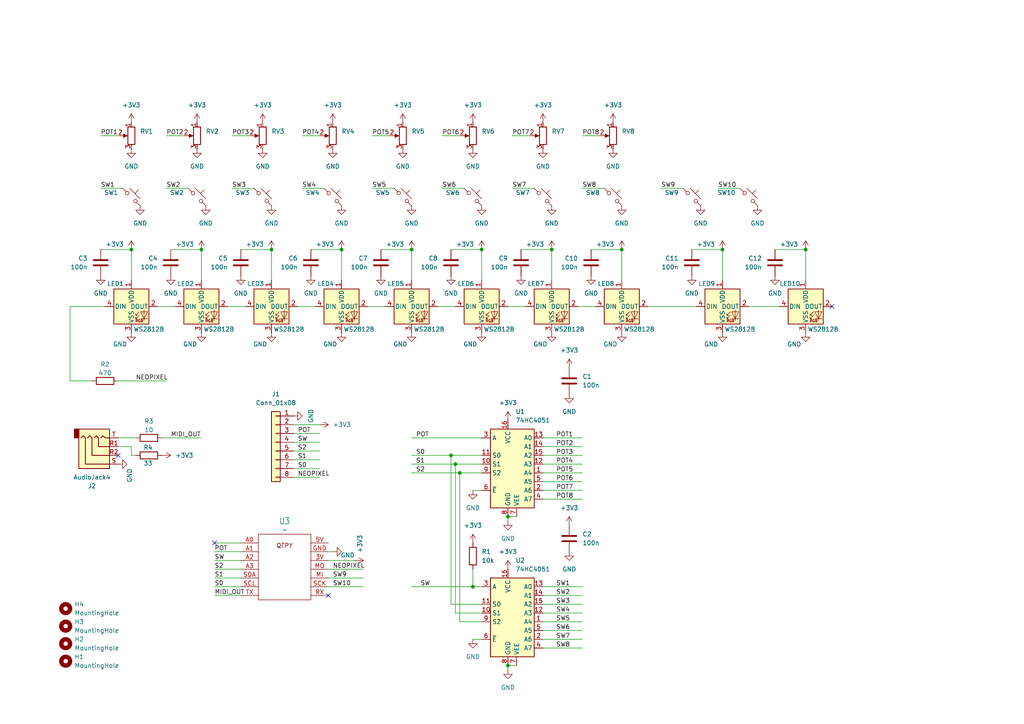
<source format=kicad_sch>
(kicad_sch (version 20231120) (generator "eeschema") (generator_version "8.0")
  (paper "A4")
  (lib_symbols
    (symbol "74xx:74HC4051"
      (property "Reference" "U" (at -5.08 11.43 0))
      (property "Value" "74HC4051" (at -7.62 -13.97 0))
      (symbol "74HC4051_1_1"
        (pin passive line (at 10.16 -2.54 180) (length 2.54) (name "A4") (number "1"))
        (pin input line (at -7.62 0 0) (length 2.54) (name "S1") (number "10"))
        (pin input line (at -7.62 2.54 0) (length 2.54) (name "S0") (number "11"))
        (pin passive line (at 10.16 0 180) (length 2.54) (name "A3") (number "12"))
        (pin passive line (at 10.16 7.62 180) (length 2.54) (name "A0") (number "13"))
        (pin passive line (at 10.16 5.08 180) (length 2.54) (name "A1") (number "14"))
        (pin passive line (at 10.16 2.54 180) (length 2.54) (name "A2") (number "15"))
        (pin power_in line (at 0 12.7 270) (length 2.54) (name "VCC") (number "16"))
        (pin passive line (at 10.16 -7.62 180) (length 2.54) (name "A6") (number "2"))
        (pin passive line (at -7.62 7.62 0) (length 2.54) (name "A") (number "3"))
        (pin passive line (at 10.16 -10.16 180) (length 2.54) (name "A7") (number "4"))
        (pin passive line (at 10.16 -5.08 180) (length 2.54) (name "A5") (number "5"))
        (pin input line (at -7.62 -7.62 0) (length 2.54) (name "~{E}") (number "6"))
        (pin power_in line (at 2.54 -15.24 90) (length 2.54) (name "VEE") (number "7"))
        (pin power_in line (at 0 -15.24 90) (length 2.54) (name "GND") (number "8"))
        (pin input line (at -7.62 -2.54 0) (length 2.54) (name "S2") (number "9"))
      )
    )
    (symbol "Connector_Audio:AudioJack4"
      (property "Reference" "J" (at 0 8.89 0))
      (property "Value" "AudioJack4" (at 0 6.35 0))
      (symbol "AudioJack4_1_1"
        (pin passive line (at 5.08 -2.54 180) (length 2.54) (name "~") (number "R1"))
        (pin passive line (at 5.08 0 180) (length 2.54) (name "~") (number "R2"))
        (pin passive line (at 5.08 2.54 180) (length 2.54) (name "~") (number "S"))
        (pin passive line (at 5.08 -5.08 180) (length 2.54) (name "~") (number "T"))
      )
    )
    (symbol "Device:C" (pin_numbers hide) (pin_names (offset 0.254))
      (property "Reference" "C" (at 0.635 2.54 0))
      (property "Value" "C" (at 0.635 -2.54 0))
      (symbol "C_1_1"
        (pin passive line (at 0 3.81 270) (length 2.794) (name "~") (number "1"))
        (pin passive line (at 0 -3.81 90) (length 2.794) (name "~") (number "2"))
      )
    )
    (symbol "Device:R" (pin_numbers hide) (pin_names (offset 0))
      (property "Reference" "R" (at 2.032 0 90))
      (property "Value" "R" (at 0 0 90))
      (symbol "R_1_1"
        (pin passive line (at 0 3.81 270) (length 1.27) (name "~") (number "1"))
        (pin passive line (at 0 -3.81 90) (length 1.27) (name "~") (number "2"))
      )
    )
    (symbol "Device:R_Potentiometer" (pin_names (offset 1.016) hide)
      (property "Reference" "RV" (at -4.445 0 90))
      (property "Value" "R_Potentiometer" (at -2.54 0 90))
      (symbol "R_Potentiometer_1_1"
        (pin passive line (at 0 3.81 270) (length 1.27) (name "1") (number "1"))
        (pin passive line (at 3.81 0 180) (length 1.27) (name "2") (number "2"))
        (pin passive line (at 0 -3.81 90) (length 1.27) (name "3") (number "3"))
      )
    )
    (symbol "LED:WS2812B" (pin_names (offset 0.254))
      (property "Reference" "D" (at 5.08 5.715 0))
      (property "Value" "WS2812B" (at 1.27 -5.715 0))
      (symbol "WS2812B_0_0"
        (text "RGB" (at 2.286 -4.191 0) (effects (font (size 0.762 0.762))))
      )
      (symbol "WS2812B_1_1"
        (pin power_in line (at 0 7.62 270) (length 2.54) (name "VDD") (number "1"))
        (pin output line (at 7.62 0 180) (length 2.54) (name "DOUT") (number "2"))
        (pin power_in line (at 0 -7.62 90) (length 2.54) (name "VSS") (number "3"))
        (pin input line (at -7.62 0 0) (length 2.54) (name "DIN") (number "4"))
      )
    )
    (symbol "Mechanical:MountingHole" (pin_names (offset 1.016)) (exclude_from_sim yes) (in_bom no)
      (property "Reference" "H" (at 0 5.08 0))
      (property "Value" "MountingHole" (at 0 3.175 0))
    )
    (symbol "PCM_4ms_Connector:Conn_01x08" (pin_names (offset 1.016) hide)
      (property "Reference" "J" (at 0 10.16 0))
      (property "Value" "Conn_01x08" (at -1.27 -13.97 0))
      (symbol "Conn_01x08_0_0"
        (pin passive line (at -5.08 -2.54 0) (length 3.81) (name "Pin_5") (number "5"))
        (pin passive line (at -5.08 -5.08 0) (length 3.81) (name "Pin_6") (number "6"))
        (pin passive line (at -5.08 -7.62 0) (length 3.81) (name "Pin_7") (number "7"))
        (pin passive line (at -5.08 -10.16 0) (length 3.81) (name "Pin_8") (number "8"))
      )
      (symbol "Conn_01x08_1_1"
        (pin passive line (at -5.08 7.62 0) (length 3.81) (name "Pin_1") (number "1"))
        (pin passive line (at -5.08 5.08 0) (length 3.81) (name "Pin_2") (number "2"))
        (pin passive line (at -5.08 2.54 0) (length 3.81) (name "Pin_3") (number "3"))
        (pin passive line (at -5.08 0 0) (length 3.81) (name "Pin_4") (number "4"))
      )
    )
    (symbol "Switch:SW_Push_45deg" (pin_numbers hide) (pin_names (offset 1.016) hide)
      (property "Reference" "SW" (at 3.048 1.016 0))
      (property "Value" "SW_Push_45deg" (at 0 -3.81 0))
      (symbol "SW_Push_45deg_0_1"
        (pin passive line (at -2.54 2.54 0) (length 0) (name "1") (number "1"))
        (pin passive line (at 2.54 -2.54 180) (length 0) (name "2") (number "2"))
      )
    )
    (symbol "power:+3V3" (power) (pin_numbers hide) (pin_names (offset 0) hide)
      (property "Value" "+3V3" (at 0 3.556 0))
      (symbol "+3V3_1_1"
        (pin power_in line (at 0 0 90) (length 0) (name "~") (number "1"))
      )
    )
    (symbol "power:GND" (power) (pin_numbers hide) (pin_names (offset 0) hide)
      (property "Value" "GND" (at 0 -3.81 0))
      (symbol "GND_1_1"
        (pin power_in line (at 0 0 270) (length 0) (name "~") (number "1"))
      )
    )
    (symbol "todbot_eagle2023:QTPY"
      (property "Reference" "U" (at -6.604 9.906 0))
      (symbol "QTPY_1_0"
        (pin power_out line (at 12.7 1.27 180) (length 5.08) (name "3V") (number "3V"))
        (pin passive line (at 12.7 6.35 180) (length 5.08) (name "5V") (number "5V"))
        (pin passive line (at -12.7 6.35 0) (length 5.08) (name "A0") (number "A0"))
        (pin passive line (at -12.7 3.81 0) (length 5.08) (name "9") (number "A1"))
        (pin passive line (at -12.7 1.27 0) (length 5.08) (name "A2") (number "A2"))
        (pin passive line (at -12.7 -1.27 0) (length 5.08) (name "A3") (number "A3"))
        (pin power_in line (at 12.7 3.81 180) (length 5.08) (name "14") (number "GND"))
        (pin passive line (at 12.7 -3.81 180) (length 5.08) (name "MI") (number "MI"))
        (pin passive line (at 12.7 -1.27 180) (length 5.08) (name "MO") (number "MO"))
        (pin passive line (at 12.7 -8.89 180) (length 5.08) (name "RX") (number "RX"))
        (pin passive line (at 12.7 -6.35 180) (length 5.08) (name "SCK") (number "SCK"))
        (pin passive line (at -12.7 -6.35 0) (length 5.08) (name "SCL") (number "SCL"))
        (pin passive line (at -12.7 -3.81 0) (length 5.08) (name "SDA") (number "SDA"))
        (pin passive line (at -12.7 -8.89 0) (length 5.08) (name "TX") (number "TX"))
      )
      (symbol "QTPY_1_1"
        (text "QTPY" (at 0 5.588 0) (effects (font (size 1.27 1.27))))
      )
    )
  )
  (junction (at 147.32 149.86))
  (junction (at 137.16 170.18))
  (junction (at 119.38 72.39))
  (junction (at 38.1 72.39))
  (junction (at 160.02 72.39))
  (junction (at 78.74 72.39))
  (junction (at 99.06 72.39))
  (junction (at 132.08 134.62))
  (junction (at 233.68 72.39))
  (junction (at 133.35 137.16))
  (junction (at 58.42 72.39))
  (junction (at 147.32 193.04))
  (junction (at 180.34 72.39))
  (junction (at 209.55 72.39))
  (junction (at 139.7 72.39))
  (junction (at 130.81 132.08))
  (no_connect (at 241.3 88.9))
  (no_connect (at 62.23 157.48))
  (no_connect (at 95.25 172.72))
  (no_connect (at 34.29 132.08))
  (wire (pts (xy 62.23 160.02) (xy 69.85 160.02)))
  (wire (pts (xy 157.48 177.8) (xy 168.91 177.8)))
  (wire (pts (xy 99.06 72.39) (xy 99.06 81.28)))
  (wire (pts (xy 49.53 72.39) (xy 58.42 72.39)))
  (wire (pts (xy 86.36 88.9) (xy 91.44 88.9)))
  (wire (pts (xy 147.32 151.13) (xy 147.32 149.86)))
  (wire (pts (xy 224.79 72.39) (xy 233.68 72.39)))
  (wire (pts (xy 38.1 72.39) (xy 38.1 81.28)))
  (wire (pts (xy 87.63 39.37) (xy 92.71 39.37)))
  (wire (pts (xy 85.09 125.73) (xy 92.71 125.73)))
  (wire (pts (xy 62.23 167.64) (xy 69.85 167.64)))
  (wire (pts (xy 157.48 175.26) (xy 168.91 175.26)))
  (wire (pts (xy 29.21 39.37) (xy 34.29 39.37)))
  (wire (pts (xy 107.95 54.61) (xy 114.3 54.61)))
  (wire (pts (xy 157.48 185.42) (xy 168.91 185.42)))
  (wire (pts (xy 157.48 187.96) (xy 168.91 187.96)))
  (wire (pts (xy 110.49 72.39) (xy 119.38 72.39)))
  (wire (pts (xy 168.91 39.37) (xy 173.99 39.37)))
  (wire (pts (xy 133.35 137.16) (xy 133.35 180.34)))
  (wire (pts (xy 157.48 134.62) (xy 168.91 134.62)))
  (wire (pts (xy 157.48 142.24) (xy 168.91 142.24)))
  (wire (pts (xy 20.32 88.9) (xy 20.32 110.49)))
  (wire (pts (xy 85.09 135.89) (xy 92.71 135.89)))
  (wire (pts (xy 132.08 177.8) (xy 139.7 177.8)))
  (wire (pts (xy 45.72 88.9) (xy 50.8 88.9)))
  (wire (pts (xy 127 88.9) (xy 132.08 88.9)))
  (wire (pts (xy 133.35 137.16) (xy 139.7 137.16)))
  (wire (pts (xy 95.25 167.64) (xy 105.41 167.64)))
  (wire (pts (xy 106.68 88.9) (xy 111.76 88.9)))
  (wire (pts (xy 62.23 157.48) (xy 69.85 157.48)))
  (wire (pts (xy 85.09 128.27) (xy 92.71 128.27)))
  (wire (pts (xy 208.28 54.61) (xy 214.63 54.61)))
  (wire (pts (xy 128.27 54.61) (xy 134.62 54.61)))
  (wire (pts (xy 132.08 134.62) (xy 132.08 177.8)))
  (wire (pts (xy 157.48 132.08) (xy 168.91 132.08)))
  (wire (pts (xy 180.34 72.39) (xy 180.34 81.28)))
  (wire (pts (xy 147.32 194.31) (xy 147.32 193.04)))
  (wire (pts (xy 96.52 160.02) (xy 95.25 160.02)))
  (wire (pts (xy 130.81 132.08) (xy 130.81 175.26)))
  (wire (pts (xy 148.59 54.61) (xy 154.94 54.61)))
  (wire (pts (xy 157.48 137.16) (xy 168.91 137.16)))
  (wire (pts (xy 105.41 165.1) (xy 95.25 165.1)))
  (wire (pts (xy 130.81 72.39) (xy 139.7 72.39)))
  (wire (pts (xy 128.27 39.37) (xy 133.35 39.37)))
  (wire (pts (xy 137.16 185.42) (xy 139.7 185.42)))
  (wire (pts (xy 85.09 133.35) (xy 92.71 133.35)))
  (wire (pts (xy 46.99 127) (xy 58.42 127)))
  (wire (pts (xy 160.02 72.39) (xy 160.02 81.28)))
  (wire (pts (xy 157.48 182.88) (xy 168.91 182.88)))
  (wire (pts (xy 119.38 72.39) (xy 119.38 81.28)))
  (wire (pts (xy 157.48 180.34) (xy 168.91 180.34)))
  (wire (pts (xy 167.64 88.9) (xy 172.72 88.9)))
  (wire (pts (xy 147.32 88.9) (xy 152.4 88.9)))
  (wire (pts (xy 147.32 149.86) (xy 149.86 149.86)))
  (wire (pts (xy 233.68 72.39) (xy 233.68 81.28)))
  (wire (pts (xy 20.32 110.49) (xy 26.67 110.49)))
  (wire (pts (xy 137.16 142.24) (xy 139.7 142.24)))
  (wire (pts (xy 85.09 130.81) (xy 92.71 130.81)))
  (wire (pts (xy 130.81 175.26) (xy 139.7 175.26)))
  (wire (pts (xy 157.48 129.54) (xy 168.91 129.54)))
  (wire (pts (xy 191.77 54.61) (xy 198.12 54.61)))
  (wire (pts (xy 157.48 144.78) (xy 168.91 144.78)))
  (wire (pts (xy 209.55 72.39) (xy 209.55 81.28)))
  (wire (pts (xy 29.21 72.39) (xy 38.1 72.39)))
  (wire (pts (xy 85.09 138.43) (xy 92.71 138.43)))
  (wire (pts (xy 66.04 88.9) (xy 71.12 88.9)))
  (wire (pts (xy 62.23 165.1) (xy 69.85 165.1)))
  (wire (pts (xy 69.85 72.39) (xy 78.74 72.39)))
  (wire (pts (xy 95.25 170.18) (xy 105.41 170.18)))
  (wire (pts (xy 119.38 132.08) (xy 130.81 132.08)))
  (wire (pts (xy 168.91 54.61) (xy 175.26 54.61)))
  (wire (pts (xy 58.42 72.39) (xy 58.42 81.28)))
  (wire (pts (xy 119.38 170.18) (xy 137.16 170.18)))
  (wire (pts (xy 217.17 88.9) (xy 226.06 88.9)))
  (wire (pts (xy 78.74 72.39) (xy 78.74 81.28)))
  (wire (pts (xy 147.32 193.04) (xy 149.86 193.04)))
  (wire (pts (xy 38.1 132.08) (xy 39.37 132.08)))
  (wire (pts (xy 157.48 172.72) (xy 168.91 172.72)))
  (wire (pts (xy 34.29 110.49) (xy 48.26 110.49)))
  (wire (pts (xy 137.16 170.18) (xy 139.7 170.18)))
  (wire (pts (xy 87.63 54.61) (xy 93.98 54.61)))
  (wire (pts (xy 67.31 54.61) (xy 73.66 54.61)))
  (wire (pts (xy 62.23 162.56) (xy 69.85 162.56)))
  (wire (pts (xy 130.81 132.08) (xy 139.7 132.08)))
  (wire (pts (xy 38.1 132.08) (xy 38.1 129.54)))
  (wire (pts (xy 157.48 139.7) (xy 168.91 139.7)))
  (wire (pts (xy 139.7 72.39) (xy 139.7 81.28)))
  (wire (pts (xy 62.23 172.72) (xy 69.85 172.72)))
  (wire (pts (xy 48.26 54.61) (xy 54.61 54.61)))
  (wire (pts (xy 90.17 72.39) (xy 99.06 72.39)))
  (wire (pts (xy 171.45 72.39) (xy 180.34 72.39)))
  (wire (pts (xy 62.23 170.18) (xy 69.85 170.18)))
  (wire (pts (xy 38.1 129.54) (xy 34.29 129.54)))
  (wire (pts (xy 133.35 180.34) (xy 139.7 180.34)))
  (wire (pts (xy 34.29 127) (xy 39.37 127)))
  (wire (pts (xy 151.13 72.39) (xy 160.02 72.39)))
  (wire (pts (xy 187.96 88.9) (xy 201.93 88.9)))
  (wire (pts (xy 119.38 127) (xy 139.7 127)))
  (wire (pts (xy 119.38 137.16) (xy 133.35 137.16)))
  (wire (pts (xy 30.48 88.9) (xy 20.32 88.9)))
  (wire (pts (xy 132.08 134.62) (xy 139.7 134.62)))
  (wire (pts (xy 107.95 39.37) (xy 113.03 39.37)))
  (wire (pts (xy 200.66 72.39) (xy 209.55 72.39)))
  (wire (pts (xy 102.87 162.56) (xy 95.25 162.56)))
  (wire (pts (xy 148.59 39.37) (xy 153.67 39.37)))
  (wire (pts (xy 48.26 39.37) (xy 53.34 39.37)))
  (wire (pts (xy 137.16 165.1) (xy 137.16 170.18)))
  (wire (pts (xy 92.71 123.19) (xy 85.09 123.19)))
  (wire (pts (xy 157.48 127) (xy 168.91 127)))
  (wire (pts (xy 29.21 54.61) (xy 35.56 54.61)))
  (wire (pts (xy 67.31 39.37) (xy 72.39 39.37)))
  (wire (pts (xy 119.38 134.62) (xy 132.08 134.62)))
  (wire (pts (xy 157.48 170.18) (xy 168.91 170.18)))
  (label "SW1" (at 29.21 54.61 0))
  (label "SW2" (at 161.29 172.72 0))
  (label "POT8" (at 161.29 144.78 0))
  (label "S1" (at 86.36 133.35 0))
  (label "POT" (at 120.65 127 0))
  (label "S1" (at 120.65 134.62 0))
  (label "SW10" (at 96.52 170.18 0))
  (label "S0" (at 86.36 135.89 0))
  (label "SW10" (at 208.28 54.61 0))
  (label "POT3" (at 67.31 39.37 0))
  (label "S2" (at 62.23 165.1 0))
  (label "SW4" (at 87.63 54.61 0))
  (label "S0" (at 120.65 132.08 0))
  (label "SW2" (at 48.26 54.61 0))
  (label "NEOPIXEL" (at 96.52 165.1 0))
  (label "SW" (at 86.36 128.27 0))
  (label "SW" (at 121.92 170.18 0))
  (label "POT5" (at 107.95 39.37 0))
  (label "POT3" (at 161.29 132.08 0))
  (label "SW3" (at 161.29 175.26 0))
  (label "SW8" (at 161.29 187.96 0))
  (label "POT4" (at 87.63 39.37 0))
  (label "POT1" (at 29.21 39.37 0))
  (label "POT6" (at 128.27 39.37 0))
  (label "POT4" (at 161.29 134.62 0))
  (label "POT7" (at 161.29 142.24 0))
  (label "MIDI_OUT" (at 49.53 127 0))
  (label "SW6" (at 161.29 182.88 0))
  (label "NEOPIXEL" (at 86.36 138.43 0))
  (label "SW7" (at 148.59 54.61 0))
  (label "POT2" (at 48.26 39.37 0))
  (label "MIDI_OUT" (at 62.23 172.72 0))
  (label "SW6" (at 128.27 54.61 0))
  (label "POT7" (at 148.59 39.37 0))
  (label "SW1" (at 161.29 170.18 0))
  (label "S0" (at 62.23 170.18 0))
  (label "POT5" (at 161.29 137.16 0))
  (label "SW4" (at 161.29 177.8 0))
  (label "POT" (at 62.23 160.02 0))
  (label "NEOPIXEL" (at 39.37 110.49 0))
  (label "POT1" (at 161.29 127 0))
  (label "SW8" (at 168.91 54.61 0))
  (label "POT8" (at 168.91 39.37 0))
  (label "SW9" (at 96.52 167.64 0))
  (label "SW3" (at 67.31 54.61 0))
  (label "S1" (at 62.23 167.64 0))
  (label "SW9" (at 191.77 54.61 0))
  (label "S2" (at 86.36 130.81 0))
  (label "S2" (at 120.65 137.16 0))
  (label "POT2" (at 161.29 129.54 0))
  (label "SW5" (at 107.95 54.61 0))
  (label "SW7" (at 161.29 185.42 0))
  (label "POT" (at 86.36 125.73 0))
  (label "SW5" (at 161.29 180.34 0))
  (label "SW" (at 62.23 162.56 0))
  (label "POT6" (at 161.29 139.7 0))
  (symbol (lib_id "Device:C") (at 165.1 156.21 0) (unit 1)
    (property "Reference" "C2" (at 168.91 154.9399 0) (effects (justify left)))
    (property "Value" "100n" (at 168.91 157.4799 0) (effects (justify left)))
    (property "Footprint" "Capacitor_SMD:C_0603_1608Metric" (effects (hide yes)))
    (property "Description" "Unpolarized capacitor" (effects (hide yes)))
  )
  (symbol (lib_id "power:GND") (at 171.45 80.01 0) (mirror y) (unit 1)
    (property "Reference" "#PWR058" (effects (hide yes)))
    (property "Value" "GND" (at 171.45 85.09 0))
    (property "Description" "Power symbol creates a global label with name \"GND\" , ground" (effects (hide yes)))
  )
  (symbol (lib_id "Mechanical:MountingHole") (at 19.05 176.53 0) (unit 1) (exclude_from_sim yes) (in_bom no)
    (property "Reference" "H4" (at 21.59 175.2599 0) (effects (justify left)))
    (property "Value" "MountingHole" (at 21.59 177.7999 0) (effects (justify left)))
    (property "Footprint" "MountingHole:MountingHole_2.5mm" (effects (hide yes)))
    (property "Description" "Mounting Hole without connection" (effects (hide yes)))
  )
  (symbol (lib_id "power:+3V3") (at 46.99 132.08 270) (unit 1)
    (property "Reference" "#PWR073" (effects (hide yes)))
    (property "Value" "+3V3" (at 50.8 132.0799 90) (effects (justify left)))
    (property "Description" "Power symbol creates a global label with name \"+3V3\"" (effects (hide yes)))
  )
  (symbol (lib_id "power:GND") (at 139.7 59.69 0) (unit 1)
    (property "Reference" "#PWR024" (effects (hide yes)))
    (property "Value" "GND" (at 139.7 64.77 0))
    (property "Description" "Power symbol creates a global label with name \"GND\" , ground" (effects (hide yes)))
  )
  (symbol (lib_id "power:GND") (at 203.2 59.69 0) (unit 1)
    (property "Reference" "#PWR064" (effects (hide yes)))
    (property "Value" "GND" (at 203.2 64.77 0))
    (property "Description" "Power symbol creates a global label with name \"GND\" , ground" (effects (hide yes)))
  )
  (symbol (lib_id "todbot_eagle2023:QTPY") (at 82.55 163.83 0) (unit 1)
    (property "Reference" "U3" (at 82.55 151.13 0) (effects (font (size 1.778 1.5113))))
    (property "Value" "~" (at 82.55 153.67 0) (effects (font (size 1.778 1.5113))))
    (property "Footprint" "todbot_eagle2023:QTPY_TH_HEADERSOCKET" (effects (hide yes)))
    (property "Description" "QTPY" (effects (hide yes)))
  )
  (symbol (lib_id "Device:R_Potentiometer") (at 38.1 39.37 0) (mirror y) (unit 1)
    (property "Reference" "RV1" (at 40.64 38.0999 0) (effects (justify right)))
    (property "Value" "R_Potentiometer" (effects (hide yes)))
    (property "Footprint" "Potentiometer_THT:Potentiometer_Alps_RK09K_Single_Vertical" (effects (hide yes)))
    (property "Description" "Potentiometer" (effects (hide yes)))
  )
  (symbol (lib_id "power:+3V3") (at 57.15 35.56 0) (unit 1)
    (property "Reference" "#PWR010" (effects (hide yes)))
    (property "Value" "+3V3" (at 57.15 30.48 0))
    (property "Description" "Power symbol creates a global label with name \"+3V3\"" (effects (hide yes)))
  )
  (symbol (lib_id "Device:C") (at 171.45 76.2 0) (mirror y) (unit 1)
    (property "Reference" "C10" (at 167.64 74.9299 0) (effects (justify left)))
    (property "Value" "100n" (at 167.64 77.4699 0) (effects (justify left)))
    (property "Footprint" "Capacitor_SMD:C_0603_1608Metric" (effects (hide yes)))
    (property "Description" "Unpolarized capacitor" (effects (hide yes)))
  )
  (symbol (lib_id "power:+3V3") (at 160.02 72.39 0) (unit 1)
    (property "Reference" "#PWR056" (effects (hide yes)))
    (property "Value" "+3V3" (at 155.194 70.866 0))
    (property "Description" "Power symbol creates a global label with name \"+3V3\"" (effects (hide yes)))
  )
  (symbol (lib_id "power:+3V3") (at 116.84 35.56 0) (unit 1)
    (property "Reference" "#PWR019" (effects (hide yes)))
    (property "Value" "+3V3" (at 116.84 30.48 0))
    (property "Description" "Power symbol creates a global label with name \"+3V3\"" (effects (hide yes)))
  )
  (symbol (lib_id "LED:WS2812B") (at 119.38 88.9 0) (unit 1)
    (property "Reference" "LED5" (at 114.808 82.296 0))
    (property "Value" "WS2812B" (at 124.46 95.504 0))
    (property "Footprint" "LED_SMD:LED_WS2812B-Mini_PLCC4_3.5x3.5mm" (effects (hide yes)))
    (property "Datasheet" "https://cdn-shop.adafruit.com/datasheets/WS2812B.pdf" (effects (hide yes)))
    (property "Description" "RGB LED with integrated controller" (effects (hide yes)))
  )
  (symbol (lib_id "power:+3V3") (at 137.16 35.56 0) (unit 1)
    (property "Reference" "#PWR022" (effects (hide yes)))
    (property "Value" "+3V3" (at 137.16 30.48 0))
    (property "Description" "Power symbol creates a global label with name \"+3V3\"" (effects (hide yes)))
  )
  (symbol (lib_id "power:GND") (at 90.17 80.01 0) (mirror y) (unit 1)
    (property "Reference" "#PWR046" (effects (hide yes)))
    (property "Value" "GND" (at 90.17 85.09 0))
    (property "Description" "Power symbol creates a global label with name \"GND\" , ground" (effects (hide yes)))
  )
  (symbol (lib_id "Device:C") (at 90.17 76.2 0) (mirror y) (unit 1)
    (property "Reference" "C6" (at 86.36 74.9299 0) (effects (justify left)))
    (property "Value" "100n" (at 86.36 77.4699 0) (effects (justify left)))
    (property "Footprint" "Capacitor_SMD:C_0603_1608Metric" (effects (hide yes)))
    (property "Description" "Unpolarized capacitor" (effects (hide yes)))
  )
  (symbol (lib_id "power:GND") (at 219.71 59.69 0) (unit 1)
    (property "Reference" "#PWR065" (effects (hide yes)))
    (property "Value" "GND" (at 219.71 64.77 0))
    (property "Description" "Power symbol creates a global label with name \"GND\" , ground" (effects (hide yes)))
  )
  (symbol (lib_id "PCM_4ms_Connector:Conn_01x08") (at 80.01 128.27 0) (mirror y) (unit 1)
    (property "Reference" "J1" (at 80.01 114.3 0))
    (property "Value" "Conn_01x08" (at 80.01 116.84 0))
    (property "Footprint" "Connector_PinHeader_2.54mm:PinHeader_1x08_P2.54mm_Vertical" (effects (hide yes)))
    (property "Description" "HEADER 1x8 MALE PINS 0.100” 180deg" (effects (hide yes)))
    (property "Specifications" "HEADER 1x8 MALE PINS 0.100” 180deg" (effects (hide yes)))
  )
  (symbol (lib_id "power:+3V3") (at 147.32 121.92 0) (unit 1)
    (property "Reference" "#PWR04" (effects (hide yes)))
    (property "Value" "+3V3" (at 147.32 116.84 0))
    (property "Description" "Power symbol creates a global label with name \"+3V3\"" (effects (hide yes)))
  )
  (symbol (lib_id "power:GND") (at 160.02 96.52 0) (mirror y) (unit 1)
    (property "Reference" "#PWR057" (effects (hide yes)))
    (property "Value" "GND" (at 156.718 99.822 0))
    (property "Description" "Power symbol creates a global label with name \"GND\" , ground" (effects (hide yes)))
  )
  (symbol (lib_id "power:GND") (at 137.16 185.42 0) (mirror y) (unit 1)
    (property "Reference" "#PWR07" (effects (hide yes)))
    (property "Value" "GND" (at 137.16 190.5 0))
    (property "Description" "Power symbol creates a global label with name \"GND\" , ground" (effects (hide yes)))
  )
  (symbol (lib_id "LED:WS2812B") (at 139.7 88.9 0) (unit 1)
    (property "Reference" "LED6" (at 135.128 82.296 0))
    (property "Value" "WS2812B" (at 144.78 95.504 0))
    (property "Footprint" "LED_SMD:LED_WS2812B-Mini_PLCC4_3.5x3.5mm" (effects (hide yes)))
    (property "Datasheet" "https://cdn-shop.adafruit.com/datasheets/WS2812B.pdf" (effects (hide yes)))
    (property "Description" "RGB LED with integrated controller" (effects (hide yes)))
  )
  (symbol (lib_id "Device:C") (at 110.49 76.2 0) (mirror y) (unit 1)
    (property "Reference" "C7" (at 106.68 74.9299 0) (effects (justify left)))
    (property "Value" "100n" (at 106.68 77.4699 0) (effects (justify left)))
    (property "Footprint" "Capacitor_SMD:C_0603_1608Metric" (effects (hide yes)))
    (property "Description" "Unpolarized capacitor" (effects (hide yes)))
  )
  (symbol (lib_id "power:GND") (at 57.15 43.18 0) (unit 1)
    (property "Reference" "#PWR011" (effects (hide yes)))
    (property "Value" "GND" (at 57.15 48.26 0))
    (property "Description" "Power symbol creates a global label with name \"GND\" , ground" (effects (hide yes)))
  )
  (symbol (lib_id "power:GND") (at 180.34 59.69 0) (unit 1)
    (property "Reference" "#PWR030" (effects (hide yes)))
    (property "Value" "GND" (at 180.34 64.77 0))
    (property "Description" "Power symbol creates a global label with name \"GND\" , ground" (effects (hide yes)))
  )
  (symbol (lib_id "power:+3V3") (at 177.8 35.56 0) (unit 1)
    (property "Reference" "#PWR028" (effects (hide yes)))
    (property "Value" "+3V3" (at 177.8 30.48 0))
    (property "Description" "Power symbol creates a global label with name \"+3V3\"" (effects (hide yes)))
  )
  (symbol (lib_id "Switch:SW_Push_45deg") (at 76.2 57.15 270) (mirror x) (unit 1)
    (property "Reference" "SW3" (at 72.39 55.8799 90) (effects (justify right)))
    (property "Value" "SW_Push_45deg" (effects (hide yes)))
    (property "Footprint" "Button_Switch_THT:SW_PUSH_6mm_H7.3mm" (effects (hide yes)))
    (property "Description" "Push button switch, normally open, two pins, 45° tilted" (effects (hide yes)))
  )
  (symbol (lib_id "LED:WS2812B") (at 160.02 88.9 0) (unit 1)
    (property "Reference" "LED7" (at 155.448 82.296 0))
    (property "Value" "WS2812B" (at 165.1 95.504 0))
    (property "Footprint" "LED_SMD:LED_WS2812B-Mini_PLCC4_3.5x3.5mm" (effects (hide yes)))
    (property "Datasheet" "https://cdn-shop.adafruit.com/datasheets/WS2812B.pdf" (effects (hide yes)))
    (property "Description" "RGB LED with integrated controller" (effects (hide yes)))
  )
  (symbol (lib_id "power:+3V3") (at 99.06 72.39 0) (unit 1)
    (property "Reference" "#PWR047" (effects (hide yes)))
    (property "Value" "+3V3" (at 94.234 70.866 0))
    (property "Description" "Power symbol creates a global label with name \"+3V3\"" (effects (hide yes)))
  )
  (symbol (lib_id "power:GND") (at 116.84 43.18 0) (unit 1)
    (property "Reference" "#PWR020" (effects (hide yes)))
    (property "Value" "GND" (at 116.84 48.26 0))
    (property "Description" "Power symbol creates a global label with name \"GND\" , ground" (effects (hide yes)))
  )
  (symbol (lib_id "Mechanical:MountingHole") (at 19.05 181.61 0) (unit 1) (exclude_from_sim yes) (in_bom no)
    (property "Reference" "H3" (at 21.59 180.3399 0) (effects (justify left)))
    (property "Value" "MountingHole" (at 21.59 182.8799 0) (effects (justify left)))
    (property "Footprint" "MountingHole:MountingHole_2.5mm" (effects (hide yes)))
    (property "Description" "Mounting Hole without connection" (effects (hide yes)))
  )
  (symbol (lib_id "power:+3V3") (at 38.1 35.56 0) (unit 1)
    (property "Reference" "#PWR03" (effects (hide yes)))
    (property "Value" "+3V3" (at 38.1 30.48 0))
    (property "Description" "Power symbol creates a global label with name \"+3V3\"" (effects (hide yes)))
  )
  (symbol (lib_id "power:+3V3") (at 157.48 35.56 0) (unit 1)
    (property "Reference" "#PWR025" (effects (hide yes)))
    (property "Value" "+3V3" (at 157.48 30.48 0))
    (property "Description" "Power symbol creates a global label with name \"+3V3\"" (effects (hide yes)))
  )
  (symbol (lib_id "power:GND") (at 157.48 43.18 0) (unit 1)
    (property "Reference" "#PWR026" (effects (hide yes)))
    (property "Value" "GND" (at 157.48 48.26 0))
    (property "Description" "Power symbol creates a global label with name \"GND\" , ground" (effects (hide yes)))
  )
  (symbol (lib_id "power:+3V3") (at 139.7 72.39 0) (unit 1)
    (property "Reference" "#PWR053" (effects (hide yes)))
    (property "Value" "+3V3" (at 134.874 70.866 0))
    (property "Description" "Power symbol creates a global label with name \"+3V3\"" (effects (hide yes)))
  )
  (symbol (lib_id "power:+3V3") (at 165.1 106.68 0) (unit 1)
    (property "Reference" "#PWR038" (effects (hide yes)))
    (property "Value" "+3V3" (at 165.1 101.6 0))
    (property "Description" "Power symbol creates a global label with name \"+3V3\"" (effects (hide yes)))
  )
  (symbol (lib_id "power:GND") (at 233.68 96.52 0) (mirror y) (unit 1)
    (property "Reference" "#PWR071" (effects (hide yes)))
    (property "Value" "GND" (at 230.378 99.822 0))
    (property "Description" "Power symbol creates a global label with name \"GND\" , ground" (effects (hide yes)))
  )
  (symbol (lib_id "power:GND") (at 177.8 43.18 0) (unit 1)
    (property "Reference" "#PWR029" (effects (hide yes)))
    (property "Value" "GND" (at 177.8 48.26 0))
    (property "Description" "Power symbol creates a global label with name \"GND\" , ground" (effects (hide yes)))
  )
  (symbol (lib_id "Connector_Audio:AudioJack4") (at 29.21 132.08 0) (mirror x) (unit 1)
    (property "Reference" "J2" (at 26.67 140.97 0))
    (property "Value" "AudioJack4" (at 26.67 138.43 0))
    (property "Footprint" "todbot_stuff:Jack_3.5mm_PJ320D_Horizontal" (effects (hide yes)))
    (property "Description" "Audio Jack, 4 Poles (TRRS)" (effects (hide yes)))
  )
  (symbol (lib_id "74xx:74HC4051") (at 147.32 134.62 0) (unit 1)
    (property "Reference" "U1" (at 149.5141 119.38 0) (effects (justify left)))
    (property "Value" "74HC4051" (at 149.5141 121.92 0) (effects (justify left)))
    (property "Footprint" "Package_SO:SOIC-16_3.9x9.9mm_P1.27mm" (effects (hide yes)))
    (property "Datasheet" "http://www.ti.com/lit/ds/symlink/cd74hc4051.pdf" (effects (hide yes)))
    (property "Description" "8-channel analog multiplexer/demultiplexer, DIP-16/SOIC-16/TSSOP-16" (effects (hide yes)))
  )
  (symbol (lib_id "power:+3V3") (at 233.68 72.39 0) (unit 1)
    (property "Reference" "#PWR070" (effects (hide yes)))
    (property "Value" "+3V3" (at 228.854 70.866 0))
    (property "Description" "Power symbol creates a global label with name \"+3V3\"" (effects (hide yes)))
  )
  (symbol (lib_id "power:GND") (at 224.79 80.01 0) (mirror y) (unit 1)
    (property "Reference" "#PWR069" (effects (hide yes)))
    (property "Value" "GND" (at 224.79 85.09 0))
    (property "Description" "Power symbol creates a global label with name \"GND\" , ground" (effects (hide yes)))
  )
  (symbol (lib_id "power:GND") (at 38.1 43.18 0) (unit 1)
    (property "Reference" "#PWR01" (effects (hide yes)))
    (property "Value" "GND" (at 38.1 48.26 0))
    (property "Description" "Power symbol creates a global label with name \"GND\" , ground" (effects (hide yes)))
  )
  (symbol (lib_id "Device:C") (at 130.81 76.2 0) (mirror y) (unit 1)
    (property "Reference" "C8" (at 127 74.9299 0) (effects (justify left)))
    (property "Value" "100n" (at 127 77.4699 0) (effects (justify left)))
    (property "Footprint" "Capacitor_SMD:C_0603_1608Metric" (effects (hide yes)))
    (property "Description" "Unpolarized capacitor" (effects (hide yes)))
  )
  (symbol (lib_id "Device:R") (at 137.16 161.29 0) (unit 1)
    (property "Reference" "R1" (at 139.7 160.0199 0) (effects (justify left)))
    (property "Value" "10k" (at 139.7 162.5599 0) (effects (justify left)))
    (property "Footprint" "Resistor_SMD:R_0603_1608Metric" (effects (hide yes)))
    (property "Description" "Resistor" (effects (hide yes)))
  )
  (symbol (lib_id "power:+3V3") (at 102.87 162.56 270) (unit 1)
    (property "Reference" "#PWR063" (effects (hide yes)))
    (property "Value" "+3V3" (at 104.394 157.734 0))
    (property "Description" "Power symbol creates a global label with name \"+3V3\"" (effects (hide yes)))
  )
  (symbol (lib_id "power:GND") (at 29.21 80.01 0) (mirror y) (unit 1)
    (property "Reference" "#PWR041" (effects (hide yes)))
    (property "Value" "GND" (at 29.21 85.09 0))
    (property "Description" "Power symbol creates a global label with name \"GND\" , ground" (effects (hide yes)))
  )
  (symbol (lib_id "Device:R_Potentiometer") (at 157.48 39.37 0) (mirror y) (unit 1)
    (property "Reference" "RV7" (at 160.02 38.0999 0) (effects (justify right)))
    (property "Value" "R_Potentiometer" (effects (hide yes)))
    (property "Footprint" "Potentiometer_THT:Potentiometer_Alps_RK09K_Single_Vertical" (effects (hide yes)))
    (property "Description" "Potentiometer" (effects (hide yes)))
  )
  (symbol (lib_id "74xx:74HC4051") (at 147.32 177.8 0) (unit 1)
    (property "Reference" "U2" (at 149.5141 162.56 0) (effects (justify left)))
    (property "Value" "74HC4051" (at 149.5141 165.1 0) (effects (justify left)))
    (property "Footprint" "Package_SO:SOIC-16_3.9x9.9mm_P1.27mm" (effects (hide yes)))
    (property "Datasheet" "http://www.ti.com/lit/ds/symlink/cd74hc4051.pdf" (effects (hide yes)))
    (property "Description" "8-channel analog multiplexer/demultiplexer, DIP-16/SOIC-16/TSSOP-16" (effects (hide yes)))
  )
  (symbol (lib_id "power:+3V3") (at 96.52 35.56 0) (unit 1)
    (property "Reference" "#PWR016" (effects (hide yes)))
    (property "Value" "+3V3" (at 96.52 30.48 0))
    (property "Description" "Power symbol creates a global label with name \"+3V3\"" (effects (hide yes)))
  )
  (symbol (lib_id "power:GND") (at 130.81 80.01 0) (mirror y) (unit 1)
    (property "Reference" "#PWR052" (effects (hide yes)))
    (property "Value" "GND" (at 130.81 85.09 0))
    (property "Description" "Power symbol creates a global label with name \"GND\" , ground" (effects (hide yes)))
  )
  (symbol (lib_id "Device:R_Potentiometer") (at 76.2 39.37 0) (mirror y) (unit 1)
    (property "Reference" "RV3" (at 78.74 38.0999 0) (effects (justify right)))
    (property "Value" "R_Potentiometer" (effects (hide yes)))
    (property "Footprint" "Potentiometer_THT:Potentiometer_Alps_RK09K_Single_Vertical" (effects (hide yes)))
    (property "Description" "Potentiometer" (effects (hide yes)))
  )
  (symbol (lib_id "Switch:SW_Push_45deg") (at 96.52 57.15 270) (mirror x) (unit 1)
    (property "Reference" "SW4" (at 92.71 55.8799 90) (effects (justify right)))
    (property "Value" "SW_Push_45deg" (effects (hide yes)))
    (property "Footprint" "Button_Switch_THT:SW_PUSH_6mm_H7.3mm" (effects (hide yes)))
    (property "Description" "Push button switch, normally open, two pins, 45° tilted" (effects (hide yes)))
  )
  (symbol (lib_id "power:+3V3") (at 209.55 72.39 0) (unit 1)
    (property "Reference" "#PWR067" (effects (hide yes)))
    (property "Value" "+3V3" (at 204.724 70.866 0))
    (property "Description" "Power symbol creates a global label with name \"+3V3\"" (effects (hide yes)))
  )
  (symbol (lib_id "power:GND") (at 96.52 160.02 90) (mirror x) (unit 1)
    (property "Reference" "#PWR062" (effects (hide yes)))
    (property "Value" "GND" (at 100.838 161.036 90))
    (property "Description" "Power symbol creates a global label with name \"GND\" , ground" (effects (hide yes)))
  )
  (symbol (lib_id "Mechanical:MountingHole") (at 19.05 186.69 0) (unit 1) (exclude_from_sim yes) (in_bom no)
    (property "Reference" "H2" (at 21.59 185.4199 0) (effects (justify left)))
    (property "Value" "MountingHole" (at 21.59 187.9599 0) (effects (justify left)))
    (property "Footprint" "MountingHole:MountingHole_2.5mm" (effects (hide yes)))
    (property "Description" "Mounting Hole without connection" (effects (hide yes)))
  )
  (symbol (lib_id "power:GND") (at 165.1 114.3 0) (mirror y) (unit 1)
    (property "Reference" "#PWR035" (effects (hide yes)))
    (property "Value" "GND" (at 165.1 119.38 0))
    (property "Description" "Power symbol creates a global label with name \"GND\" , ground" (effects (hide yes)))
  )
  (symbol (lib_id "power:GND") (at 34.29 134.62 90) (mirror x) (unit 1)
    (property "Reference" "#PWR072" (effects (hide yes)))
    (property "Value" "GND" (at 37.592 137.922 0))
    (property "Description" "Power symbol creates a global label with name \"GND\" , ground" (effects (hide yes)))
  )
  (symbol (lib_id "power:+3V3") (at 38.1 72.39 0) (unit 1)
    (property "Reference" "#PWR034" (effects (hide yes)))
    (property "Value" "+3V3" (at 33.274 70.866 0))
    (property "Description" "Power symbol creates a global label with name \"+3V3\"" (effects (hide yes)))
  )
  (symbol (lib_id "power:+3V3") (at 119.38 72.39 0) (unit 1)
    (property "Reference" "#PWR050" (effects (hide yes)))
    (property "Value" "+3V3" (at 114.554 70.866 0))
    (property "Description" "Power symbol creates a global label with name \"+3V3\"" (effects (hide yes)))
  )
  (symbol (lib_id "power:GND") (at 151.13 80.01 0) (mirror y) (unit 1)
    (property "Reference" "#PWR055" (effects (hide yes)))
    (property "Value" "GND" (at 151.13 85.09 0))
    (property "Description" "Power symbol creates a global label with name \"GND\" , ground" (effects (hide yes)))
  )
  (symbol (lib_id "power:GND") (at 85.09 120.65 90) (mirror x) (unit 1)
    (property "Reference" "#PWR031" (effects (hide yes)))
    (property "Value" "GND" (at 90.17 120.65 0))
    (property "Description" "Power symbol creates a global label with name \"GND\" , ground" (effects (hide yes)))
  )
  (symbol (lib_id "power:GND") (at 59.69 59.69 0) (unit 1)
    (property "Reference" "#PWR012" (effects (hide yes)))
    (property "Value" "GND" (at 59.69 64.77 0))
    (property "Description" "Power symbol creates a global label with name \"GND\" , ground" (effects (hide yes)))
  )
  (symbol (lib_id "power:+3V3") (at 92.71 123.19 270) (unit 1)
    (property "Reference" "#PWR032" (effects (hide yes)))
    (property "Value" "+3V3" (at 96.52 123.1899 90) (effects (justify left)))
    (property "Description" "Power symbol creates a global label with name \"+3V3\"" (effects (hide yes)))
  )
  (symbol (lib_id "Switch:SW_Push_45deg") (at 217.17 57.15 270) (mirror x) (unit 1)
    (property "Reference" "SW10" (at 213.36 55.8799 90) (effects (justify right)))
    (property "Value" "SW_Push_45deg" (effects (hide yes)))
    (property "Footprint" "Button_Switch_THT:SW_PUSH_6mm_H7.3mm" (effects (hide yes)))
    (property "Description" "Push button switch, normally open, two pins, 45° tilted" (effects (hide yes)))
  )
  (symbol (lib_id "power:GND") (at 147.32 194.31 0) (mirror y) (unit 1)
    (property "Reference" "#PWR09" (effects (hide yes)))
    (property "Value" "GND" (at 147.32 199.39 0))
    (property "Description" "Power symbol creates a global label with name \"GND\" , ground" (effects (hide yes)))
  )
  (symbol (lib_id "power:GND") (at 209.55 96.52 0) (mirror y) (unit 1)
    (property "Reference" "#PWR068" (effects (hide yes)))
    (property "Value" "GND" (at 206.248 99.822 0))
    (property "Description" "Power symbol creates a global label with name \"GND\" , ground" (effects (hide yes)))
  )
  (symbol (lib_id "power:GND") (at 160.02 59.69 0) (unit 1)
    (property "Reference" "#PWR027" (effects (hide yes)))
    (property "Value" "GND" (at 160.02 64.77 0))
    (property "Description" "Power symbol creates a global label with name \"GND\" , ground" (effects (hide yes)))
  )
  (symbol (lib_id "Switch:SW_Push_45deg") (at 200.66 57.15 270) (mirror x) (unit 1)
    (property "Reference" "SW9" (at 196.85 55.8799 90) (effects (justify right)))
    (property "Value" "SW_Push_45deg" (effects (hide yes)))
    (property "Footprint" "Button_Switch_THT:SW_PUSH_6mm_H7.3mm" (effects (hide yes)))
    (property "Description" "Push button switch, normally open, two pins, 45° tilted" (effects (hide yes)))
  )
  (symbol (lib_id "LED:WS2812B") (at 58.42 88.9 0) (unit 1)
    (property "Reference" "LED2" (at 53.848 82.296 0))
    (property "Value" "WS2812B" (at 63.5 95.504 0))
    (property "Footprint" "LED_SMD:LED_WS2812B-Mini_PLCC4_3.5x3.5mm" (effects (hide yes)))
    (property "Datasheet" "https://cdn-shop.adafruit.com/datasheets/WS2812B.pdf" (effects (hide yes)))
    (property "Description" "RGB LED with integrated controller" (effects (hide yes)))
  )
  (symbol (lib_id "power:GND") (at 147.32 151.13 0) (mirror y) (unit 1)
    (property "Reference" "#PWR05" (effects (hide yes)))
    (property "Value" "GND" (at 147.32 156.21 0))
    (property "Description" "Power symbol creates a global label with name \"GND\" , ground" (effects (hide yes)))
  )
  (symbol (lib_id "Mechanical:MountingHole") (at 19.05 191.77 0) (unit 1) (exclude_from_sim yes) (in_bom no)
    (property "Reference" "H1" (at 21.59 190.4999 0) (effects (justify left)))
    (property "Value" "MountingHole" (at 21.59 193.0399 0) (effects (justify left)))
    (property "Footprint" "MountingHole:MountingHole_2.5mm" (effects (hide yes)))
    (property "Description" "Mounting Hole without connection" (effects (hide yes)))
  )
  (symbol (lib_id "power:GND") (at 137.16 142.24 0) (mirror y) (unit 1)
    (property "Reference" "#PWR06" (effects (hide yes)))
    (property "Value" "GND" (at 137.16 147.32 0))
    (property "Description" "Power symbol creates a global label with name \"GND\" , ground" (effects (hide yes)))
  )
  (symbol (lib_id "Device:C") (at 151.13 76.2 0) (mirror y) (unit 1)
    (property "Reference" "C9" (at 147.32 74.9299 0) (effects (justify left)))
    (property "Value" "100n" (at 147.32 77.4699 0) (effects (justify left)))
    (property "Footprint" "Capacitor_SMD:C_0603_1608Metric" (effects (hide yes)))
    (property "Description" "Unpolarized capacitor" (effects (hide yes)))
  )
  (symbol (lib_id "Device:R_Potentiometer") (at 177.8 39.37 0) (mirror y) (unit 1)
    (property "Reference" "RV8" (at 180.34 38.0999 0) (effects (justify right)))
    (property "Value" "R_Potentiometer" (effects (hide yes)))
    (property "Footprint" "Potentiometer_THT:Potentiometer_Alps_RK09K_Single_Vertical" (effects (hide yes)))
    (property "Description" "Potentiometer" (effects (hide yes)))
  )
  (symbol (lib_id "LED:WS2812B") (at 78.74 88.9 0) (unit 1)
    (property "Reference" "LED3" (at 74.168 82.296 0))
    (property "Value" "WS2812B" (at 83.82 95.504 0))
    (property "Footprint" "LED_SMD:LED_WS2812B-Mini_PLCC4_3.5x3.5mm" (effects (hide yes)))
    (property "Datasheet" "https://cdn-shop.adafruit.com/datasheets/WS2812B.pdf" (effects (hide yes)))
    (property "Description" "RGB LED with integrated controller" (effects (hide yes)))
  )
  (symbol (lib_id "power:GND") (at 99.06 96.52 0) (mirror y) (unit 1)
    (property "Reference" "#PWR048" (effects (hide yes)))
    (property "Value" "GND" (at 95.758 99.822 0))
    (property "Description" "Power symbol creates a global label with name \"GND\" , ground" (effects (hide yes)))
  )
  (symbol (lib_id "Device:R_Potentiometer") (at 137.16 39.37 0) (mirror y) (unit 1)
    (property "Reference" "RV6" (at 139.7 38.0999 0) (effects (justify right)))
    (property "Value" "R_Potentiometer" (effects (hide yes)))
    (property "Footprint" "Potentiometer_THT:Potentiometer_Alps_RK09K_Single_Vertical" (effects (hide yes)))
    (property "Description" "Potentiometer" (effects (hide yes)))
  )
  (symbol (lib_id "power:+3V3") (at 147.32 165.1 0) (unit 1)
    (property "Reference" "#PWR08" (effects (hide yes)))
    (property "Value" "+3V3" (at 147.32 160.02 0))
    (property "Description" "Power symbol creates a global label with name \"+3V3\"" (effects (hide yes)))
  )
  (symbol (lib_id "Device:R") (at 43.18 127 90) (unit 1)
    (property "Reference" "R3" (at 43.18 122.174 90))
    (property "Value" "10" (at 43.18 124.714 90))
    (property "Footprint" "Resistor_SMD:R_0603_1608Metric" (effects (hide yes)))
    (property "Description" "Resistor" (effects (hide yes)))
  )
  (symbol (lib_id "Device:C") (at 69.85 76.2 0) (mirror y) (unit 1)
    (property "Reference" "C5" (at 66.04 74.9299 0) (effects (justify left)))
    (property "Value" "100n" (at 66.04 77.4699 0) (effects (justify left)))
    (property "Footprint" "Capacitor_SMD:C_0603_1608Metric" (effects (hide yes)))
    (property "Description" "Unpolarized capacitor" (effects (hide yes)))
  )
  (symbol (lib_id "power:GND") (at 119.38 59.69 0) (unit 1)
    (property "Reference" "#PWR021" (effects (hide yes)))
    (property "Value" "GND" (at 119.38 64.77 0))
    (property "Description" "Power symbol creates a global label with name \"GND\" , ground" (effects (hide yes)))
  )
  (symbol (lib_id "Switch:SW_Push_45deg") (at 116.84 57.15 270) (mirror x) (unit 1)
    (property "Reference" "SW5" (at 113.03 55.8799 90) (effects (justify right)))
    (property "Value" "SW_Push_45deg" (effects (hide yes)))
    (property "Footprint" "Button_Switch_THT:SW_PUSH_6mm_H7.3mm" (effects (hide yes)))
    (property "Description" "Push button switch, normally open, two pins, 45° tilted" (effects (hide yes)))
  )
  (symbol (lib_id "power:+3V3") (at 76.2 35.56 0) (unit 1)
    (property "Reference" "#PWR013" (effects (hide yes)))
    (property "Value" "+3V3" (at 76.2 30.48 0))
    (property "Description" "Power symbol creates a global label with name \"+3V3\"" (effects (hide yes)))
  )
  (symbol (lib_id "power:GND") (at 200.66 80.01 0) (mirror y) (unit 1)
    (property "Reference" "#PWR066" (effects (hide yes)))
    (property "Value" "GND" (at 200.66 85.09 0))
    (property "Description" "Power symbol creates a global label with name \"GND\" , ground" (effects (hide yes)))
  )
  (symbol (lib_id "power:+3V3") (at 58.42 72.39 0) (unit 1)
    (property "Reference" "#PWR040" (effects (hide yes)))
    (property "Value" "+3V3" (at 53.594 70.866 0))
    (property "Description" "Power symbol creates a global label with name \"+3V3\"" (effects (hide yes)))
  )
  (symbol (lib_id "power:GND") (at 99.06 59.69 0) (unit 1)
    (property "Reference" "#PWR018" (effects (hide yes)))
    (property "Value" "GND" (at 99.06 64.77 0))
    (property "Description" "Power symbol creates a global label with name \"GND\" , ground" (effects (hide yes)))
  )
  (symbol (lib_id "Device:C") (at 224.79 76.2 0) (mirror y) (unit 1)
    (property "Reference" "C12" (at 220.98 74.9299 0) (effects (justify left)))
    (property "Value" "100n" (at 220.98 77.4699 0) (effects (justify left)))
    (property "Footprint" "Capacitor_SMD:C_0603_1608Metric" (effects (hide yes)))
    (property "Description" "Unpolarized capacitor" (effects (hide yes)))
  )
  (symbol (lib_id "power:GND") (at 165.1 160.02 0) (mirror y) (unit 1)
    (property "Reference" "#PWR036" (effects (hide yes)))
    (property "Value" "GND" (at 165.1 165.1 0))
    (property "Description" "Power symbol creates a global label with name \"GND\" , ground" (effects (hide yes)))
  )
  (symbol (lib_id "Switch:SW_Push_45deg") (at 57.15 57.15 270) (mirror x) (unit 1)
    (property "Reference" "SW2" (at 53.34 55.8799 90) (effects (justify right)))
    (property "Value" "SW_Push_45deg" (effects (hide yes)))
    (property "Footprint" "Button_Switch_THT:SW_PUSH_6mm_H7.3mm" (effects (hide yes)))
    (property "Description" "Push button switch, normally open, two pins, 45° tilted" (effects (hide yes)))
  )
  (symbol (lib_id "LED:WS2812B") (at 38.1 88.9 0) (unit 1)
    (property "Reference" "LED1" (at 33.528 82.296 0))
    (property "Value" "WS2812B" (at 43.18 95.504 0))
    (property "Footprint" "LED_SMD:LED_WS2812B-Mini_PLCC4_3.5x3.5mm" (effects (hide yes)))
    (property "Datasheet" "https://cdn-shop.adafruit.com/datasheets/WS2812B.pdf" (effects (hide yes)))
    (property "Description" "RGB LED with integrated controller" (effects (hide yes)))
  )
  (symbol (lib_id "Device:C") (at 49.53 76.2 0) (mirror y) (unit 1)
    (property "Reference" "C4" (at 45.72 74.9299 0) (effects (justify left)))
    (property "Value" "100n" (at 45.72 77.4699 0) (effects (justify left)))
    (property "Footprint" "Capacitor_SMD:C_0603_1608Metric" (effects (hide yes)))
    (property "Description" "Unpolarized capacitor" (effects (hide yes)))
  )
  (symbol (lib_id "Switch:SW_Push_45deg") (at 157.48 57.15 270) (mirror x) (unit 1)
    (property "Reference" "SW7" (at 153.67 55.8799 90) (effects (justify right)))
    (property "Value" "SW_Push_45deg" (effects (hide yes)))
    (property "Footprint" "Button_Switch_THT:SW_PUSH_6mm_H7.3mm" (effects (hide yes)))
    (property "Description" "Push button switch, normally open, two pins, 45° tilted" (effects (hide yes)))
  )
  (symbol (lib_id "power:GND") (at 49.53 80.01 0) (mirror y) (unit 1)
    (property "Reference" "#PWR039" (effects (hide yes)))
    (property "Value" "GND" (at 49.53 85.09 0))
    (property "Description" "Power symbol creates a global label with name \"GND\" , ground" (effects (hide yes)))
  )
  (symbol (lib_id "power:GND") (at 139.7 96.52 0) (mirror y) (unit 1)
    (property "Reference" "#PWR054" (effects (hide yes)))
    (property "Value" "GND" (at 136.398 99.822 0))
    (property "Description" "Power symbol creates a global label with name \"GND\" , ground" (effects (hide yes)))
  )
  (symbol (lib_id "power:GND") (at 180.34 96.52 0) (mirror y) (unit 1)
    (property "Reference" "#PWR060" (effects (hide yes)))
    (property "Value" "GND" (at 177.038 99.822 0))
    (property "Description" "Power symbol creates a global label with name \"GND\" , ground" (effects (hide yes)))
  )
  (symbol (lib_id "Switch:SW_Push_45deg") (at 38.1 57.15 270) (mirror x) (unit 1)
    (property "Reference" "SW1" (at 34.29 55.8799 90) (effects (justify right)))
    (property "Value" "SW_Push_45deg" (effects (hide yes)))
    (property "Footprint" "Button_Switch_THT:SW_PUSH_6mm_H7.3mm" (effects (hide yes)))
    (property "Description" "Push button switch, normally open, two pins, 45° tilted" (effects (hide yes)))
  )
  (symbol (lib_id "LED:WS2812B") (at 99.06 88.9 0) (unit 1)
    (property "Reference" "LED4" (at 94.488 82.296 0))
    (property "Value" "WS2812B" (at 104.14 95.504 0))
    (property "Footprint" "LED_SMD:LED_WS2812B-Mini_PLCC4_3.5x3.5mm" (effects (hide yes)))
    (property "Datasheet" "https://cdn-shop.adafruit.com/datasheets/WS2812B.pdf" (effects (hide yes)))
    (property "Description" "RGB LED with integrated controller" (effects (hide yes)))
  )
  (symbol (lib_id "power:GND") (at 38.1 96.52 0) (mirror y) (unit 1)
    (property "Reference" "#PWR033" (effects (hide yes)))
    (property "Value" "GND" (at 34.798 99.822 0))
    (property "Description" "Power symbol creates a global label with name \"GND\" , ground" (effects (hide yes)))
  )
  (symbol (lib_id "Device:C") (at 200.66 76.2 0) (mirror y) (unit 1)
    (property "Reference" "C11" (at 196.85 74.9299 0) (effects (justify left)))
    (property "Value" "100n" (at 196.85 77.4699 0) (effects (justify left)))
    (property "Footprint" "Capacitor_SMD:C_0603_1608Metric" (effects (hide yes)))
    (property "Description" "Unpolarized capacitor" (effects (hide yes)))
  )
  (symbol (lib_id "Device:R") (at 43.18 132.08 90) (unit 1)
    (property "Reference" "R4" (at 42.926 129.794 90))
    (property "Value" "33" (at 42.926 134.366 90))
    (property "Footprint" "Resistor_SMD:R_0603_1608Metric" (effects (hide yes)))
    (property "Description" "Resistor" (effects (hide yes)))
  )
  (symbol (lib_id "power:GND") (at 110.49 80.01 0) (mirror y) (unit 1)
    (property "Reference" "#PWR049" (effects (hide yes)))
    (property "Value" "GND" (at 110.49 85.09 0))
    (property "Description" "Power symbol creates a global label with name \"GND\" , ground" (effects (hide yes)))
  )
  (symbol (lib_id "LED:WS2812B") (at 180.34 88.9 0) (unit 1)
    (property "Reference" "LED8" (at 175.768 82.296 0))
    (property "Value" "WS2812B" (at 185.42 95.504 0))
    (property "Footprint" "LED_SMD:LED_WS2812B-Mini_PLCC4_3.5x3.5mm" (effects (hide yes)))
    (property "Datasheet" "https://cdn-shop.adafruit.com/datasheets/WS2812B.pdf" (effects (hide yes)))
    (property "Description" "RGB LED with integrated controller" (effects (hide yes)))
  )
  (symbol (lib_id "Device:R") (at 30.48 110.49 90) (unit 1)
    (property "Reference" "R2" (at 30.48 105.664 90))
    (property "Value" "470" (at 30.48 108.204 90))
    (property "Footprint" "Resistor_SMD:R_0603_1608Metric" (effects (hide yes)))
    (property "Description" "Resistor" (effects (hide yes)))
  )
  (symbol (lib_id "Device:R_Potentiometer") (at 57.15 39.37 0) (mirror y) (unit 1)
    (property "Reference" "RV2" (at 59.69 38.0999 0) (effects (justify right)))
    (property "Value" "R_Potentiometer" (effects (hide yes)))
    (property "Footprint" "Potentiometer_THT:Potentiometer_Alps_RK09K_Single_Vertical" (effects (hide yes)))
    (property "Description" "Potentiometer" (effects (hide yes)))
  )
  (symbol (lib_id "Switch:SW_Push_45deg") (at 177.8 57.15 270) (mirror x) (unit 1)
    (property "Reference" "SW8" (at 173.99 55.8799 90) (effects (justify right)))
    (property "Value" "SW_Push_45deg" (effects (hide yes)))
    (property "Footprint" "Button_Switch_THT:SW_PUSH_6mm_H7.3mm" (effects (hide yes)))
    (property "Description" "Push button switch, normally open, two pins, 45° tilted" (effects (hide yes)))
  )
  (symbol (lib_id "power:+3V3") (at 78.74 72.39 0) (unit 1)
    (property "Reference" "#PWR044" (effects (hide yes)))
    (property "Value" "+3V3" (at 73.914 70.866 0))
    (property "Description" "Power symbol creates a global label with name \"+3V3\"" (effects (hide yes)))
  )
  (symbol (lib_id "power:+3V3") (at 165.1 152.4 0) (unit 1)
    (property "Reference" "#PWR037" (effects (hide yes)))
    (property "Value" "+3V3" (at 165.1 147.32 0))
    (property "Description" "Power symbol creates a global label with name \"+3V3\"" (effects (hide yes)))
  )
  (symbol (lib_id "Device:C") (at 29.21 76.2 0) (mirror y) (unit 1)
    (property "Reference" "C3" (at 25.4 74.9299 0) (effects (justify left)))
    (property "Value" "100n" (at 25.4 77.4699 0) (effects (justify left)))
    (property "Footprint" "Capacitor_SMD:C_0603_1608Metric" (effects (hide yes)))
    (property "Description" "Unpolarized capacitor" (effects (hide yes)))
  )
  (symbol (lib_id "power:GND") (at 119.38 96.52 0) (mirror y) (unit 1)
    (property "Reference" "#PWR051" (effects (hide yes)))
    (property "Value" "GND" (at 116.078 99.822 0))
    (property "Description" "Power symbol creates a global label with name \"GND\" , ground" (effects (hide yes)))
  )
  (symbol (lib_id "Device:C") (at 165.1 110.49 0) (unit 1)
    (property "Reference" "C1" (at 168.91 109.2199 0) (effects (justify left)))
    (property "Value" "100n" (at 168.91 111.7599 0) (effects (justify left)))
    (property "Footprint" "Capacitor_SMD:C_0603_1608Metric" (effects (hide yes)))
    (property "Description" "Unpolarized capacitor" (effects (hide yes)))
  )
  (symbol (lib_id "power:GND") (at 69.85 80.01 0) (mirror y) (unit 1)
    (property "Reference" "#PWR043" (effects (hide yes)))
    (property "Value" "GND" (at 69.85 85.09 0))
    (property "Description" "Power symbol creates a global label with name \"GND\" , ground" (effects (hide yes)))
  )
  (symbol (lib_id "power:GND") (at 78.74 59.69 0) (unit 1)
    (property "Reference" "#PWR015" (effects (hide yes)))
    (property "Value" "GND" (at 78.74 64.77 0))
    (property "Description" "Power symbol creates a global label with name \"GND\" , ground" (effects (hide yes)))
  )
  (symbol (lib_id "Device:R_Potentiometer") (at 96.52 39.37 0) (mirror y) (unit 1)
    (property "Reference" "RV4" (at 99.06 38.0999 0) (effects (justify right)))
    (property "Value" "R_Potentiometer" (effects (hide yes)))
    (property "Footprint" "Potentiometer_THT:Potentiometer_Alps_RK09K_Single_Vertical" (effects (hide yes)))
    (property "Description" "Potentiometer" (effects (hide yes)))
  )
  (symbol (lib_id "power:GND") (at 40.64 59.69 0) (unit 1)
    (property "Reference" "#PWR02" (effects (hide yes)))
    (property "Value" "GND" (at 40.64 64.77 0))
    (property "Description" "Power symbol creates a global label with name \"GND\" , ground" (effects (hide yes)))
  )
  (symbol (lib_id "LED:WS2812B") (at 209.55 88.9 0) (unit 1)
    (property "Reference" "LED9" (at 204.978 82.296 0))
    (property "Value" "WS2812B" (at 214.63 95.504 0))
    (property "Footprint" "LED_SMD:LED_WS2812B-Mini_PLCC4_3.5x3.5mm" (effects (hide yes)))
    (property "Datasheet" "https://cdn-shop.adafruit.com/datasheets/WS2812B.pdf" (effects (hide yes)))
    (property "Description" "RGB LED with integrated controller" (effects (hide yes)))
  )
  (symbol (lib_id "power:GND") (at 76.2 43.18 0) (unit 1)
    (property "Reference" "#PWR014" (effects (hide yes)))
    (property "Value" "GND" (at 76.2 48.26 0))
    (property "Description" "Power symbol creates a global label with name \"GND\" , ground" (effects (hide yes)))
  )
  (symbol (lib_id "power:GND") (at 58.42 96.52 0) (mirror y) (unit 1)
    (property "Reference" "#PWR042" (effects (hide yes)))
    (property "Value" "GND" (at 55.118 99.822 0))
    (property "Description" "Power symbol creates a global label with name \"GND\" , ground" (effects (hide yes)))
  )
  (symbol (lib_id "power:GND") (at 96.52 43.18 0) (unit 1)
    (property "Reference" "#PWR017" (effects (hide yes)))
    (property "Value" "GND" (at 96.52 48.26 0))
    (property "Description" "Power symbol creates a global label with name \"GND\" , ground" (effects (hide yes)))
  )
  (symbol (lib_id "Device:R_Potentiometer") (at 116.84 39.37 0) (mirror y) (unit 1)
    (property "Reference" "RV5" (at 119.38 38.0999 0) (effects (justify right)))
    (property "Value" "R_Potentiometer" (effects (hide yes)))
    (property "Footprint" "Potentiometer_THT:Potentiometer_Alps_RK09K_Single_Vertical" (effects (hide yes)))
    (property "Description" "Potentiometer" (effects (hide yes)))
  )
  (symbol (lib_id "power:+3V3") (at 180.34 72.39 0) (unit 1)
    (property "Reference" "#PWR059" (effects (hide yes)))
    (property "Value" "+3V3" (at 175.514 70.866 0))
    (property "Description" "Power symbol creates a global label with name \"+3V3\"" (effects (hide yes)))
  )
  (symbol (lib_id "Switch:SW_Push_45deg") (at 137.16 57.15 270) (mirror x) (unit 1)
    (property "Reference" "SW6" (at 133.35 55.8799 90) (effects (justify right)))
    (property "Value" "SW_Push_45deg" (effects (hide yes)))
    (property "Footprint" "Button_Switch_THT:SW_PUSH_6mm_H7.3mm" (effects (hide yes)))
    (property "Description" "Push button switch, normally open, two pins, 45° tilted" (effects (hide yes)))
  )
  (symbol (lib_id "power:+3V3") (at 137.16 157.48 0) (unit 1)
    (property "Reference" "#PWR061" (effects (hide yes)))
    (property "Value" "+3V3" (at 137.16 152.4 0))
    (property "Description" "Power symbol creates a global label with name \"+3V3\"" (effects (hide yes)))
  )
  (symbol (lib_id "power:GND") (at 137.16 43.18 0) (unit 1)
    (property "Reference" "#PWR023" (effects (hide yes)))
    (property "Value" "GND" (at 137.16 48.26 0))
    (property "Description" "Power symbol creates a global label with name \"GND\" , ground" (effects (hide yes)))
  )
  (symbol (lib_id "LED:WS2812B") (at 233.68 88.9 0) (unit 1)
    (property "Reference" "LED10" (at 229.108 82.296 0))
    (property "Value" "WS2812B" (at 238.76 95.504 0))
    (property "Footprint" "LED_SMD:LED_WS2812B-Mini_PLCC4_3.5x3.5mm" (effects (hide yes)))
    (property "Datasheet" "https://cdn-shop.adafruit.com/datasheets/WS2812B.pdf" (effects (hide yes)))
    (property "Description" "RGB LED with integrated controller" (effects (hide yes)))
  )
  (symbol (lib_id "power:GND") (at 78.74 96.52 0) (mirror y) (unit 1)
    (property "Reference" "#PWR045" (effects (hide yes)))
    (property "Value" "GND" (at 75.438 99.822 0))
    (property "Description" "Power symbol creates a global label with name \"GND\" , ground" (effects (hide yes)))
  )
)
</source>
